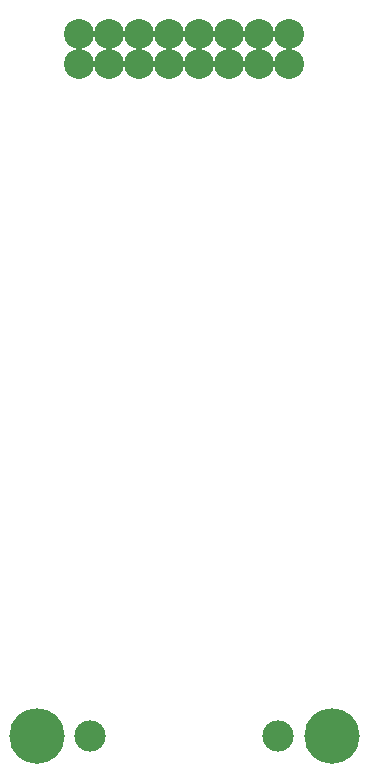
<source format=gbr>
G04 #@! TF.GenerationSoftware,KiCad,Pcbnew,(6.0.0-rc1-dev-305-gf0b8b2136)*
G04 #@! TF.CreationDate,2019-08-02T14:10:45-06:00*
G04 #@! TF.ProjectId,Slush01,536C75736830312E6B696361645F7063,rev?*
G04 #@! TF.SameCoordinates,Original*
G04 #@! TF.FileFunction,Soldermask,Bot*
G04 #@! TF.FilePolarity,Negative*
%FSLAX46Y46*%
G04 Gerber Fmt 4.6, Leading zero omitted, Abs format (unit mm)*
G04 Created by KiCad (PCBNEW (6.0.0-rc1-dev-305-gf0b8b2136)) date 08/02/19 14:10:45*
%MOMM*%
%LPD*%
G01*
G04 APERTURE LIST*
%ADD10C,4.700000*%
%ADD11C,2.650000*%
%ADD12C,2.540000*%
G04 APERTURE END LIST*
D10*
G04 #@! TO.C,J1*
X57505000Y-122050000D03*
X82495000Y-122050000D03*
D11*
X62050000Y-122050000D03*
X77950000Y-122050000D03*
G04 #@! TD*
D12*
G04 #@! TO.C,J2*
X61110000Y-65150000D03*
X68730000Y-62610000D03*
X68730000Y-65150000D03*
X63650000Y-65150000D03*
X66190000Y-65150000D03*
X61110000Y-62610000D03*
X63650000Y-62610000D03*
X66190000Y-62610000D03*
X71270000Y-62610000D03*
X73810000Y-62610000D03*
X76350000Y-62610000D03*
X78890000Y-62610000D03*
X71270000Y-65150000D03*
X73810000Y-65150000D03*
X76350000Y-65150000D03*
X78890000Y-65150000D03*
G04 #@! TD*
M02*

</source>
